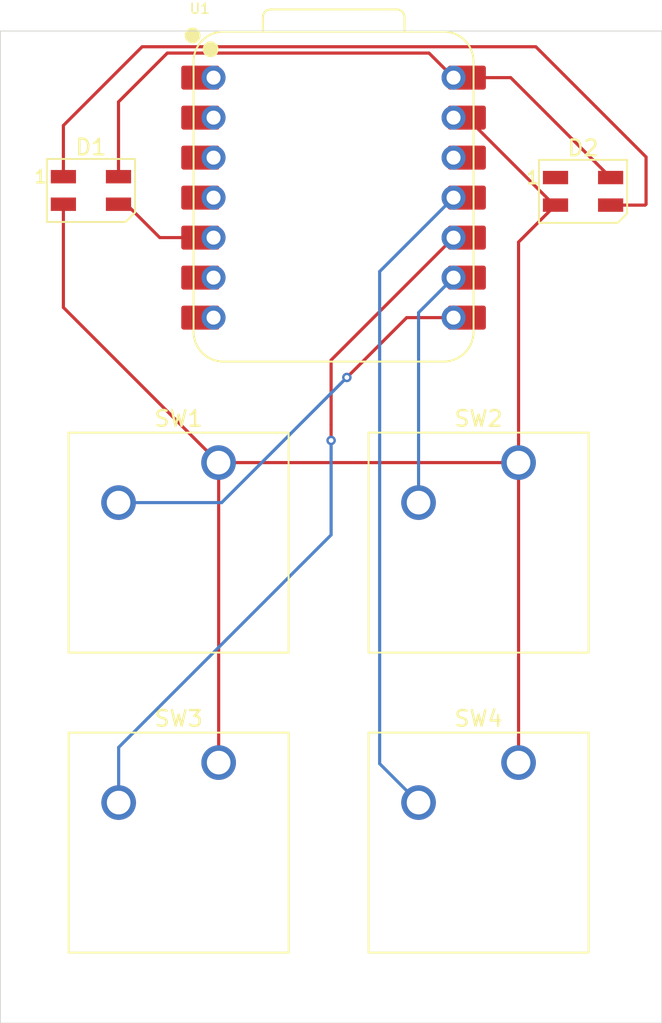
<source format=kicad_pcb>
(kicad_pcb (version 20241229) (generator "pcbnew") (generator_version "9.0")
  (layers (0 "F.Cu" signal) (2 "B.Cu" signal) (13 "F.Paste" user) (15 "B.Paste" user) (5 "F.SilkS" user "F.Silkscreen") (7 "B.SilkS" user "B.Silkscreen") (1 "F.Mask" user) (3 "B.Mask" user) (25 "Edge.Cuts" user))
  (net 0 "")
  (net 1 "+5V")
  (net 2 "Net-(D1-DIN)")
  (net 3 "Net-(D1-DOUT)")
  (net 4 "GND")
  (net 6 "Net-(U1-GPIO1{slash}RX)")
  (net 7 "Net-(U1-GPIO2{slash}SCK)")
  (net 8 "Net-(U1-GPIO4{slash}MISO)")
  (net 9 "Net-(U1-GPIO3{slash}MOSI)")
  (net 15 "unconnected-(U1-GPIO0{slash}TX-Pad7)")
  (footprint "Button_Switch_Keyboard:SW_Cherry_MX_1.00u_PCB" (layer "F.Cu") (at 175.62 111.97)
    (property "Reference" "SW4" (at -2.54 -2.794 0) (layer "F.SilkS"))
    (property "Value" "SW_Push")
    (fp_line (start -9.525 -1.905) (end 4.445 -1.905) (stroke (width 0.12)) (layer "F.SilkS"))
    (fp_line (start -9.525 12.065) (end -9.525 -1.905) (stroke (width 0.12)) (layer "F.SilkS"))
    (fp_line (start 4.445 -1.905) (end 4.445 12.065) (stroke (width 0.12)) (layer "F.SilkS"))
    (fp_line (start 4.445 12.065) (end -9.525 12.065) (stroke (width 0.12)) (layer "F.SilkS"))
    (pad "" np_thru_hole circle (at -7.62 5.08) (size 1.7 1.7) (drill 1.7) (layers "*.Cu" "*.Mask"))
    (pad "" np_thru_hole circle (at -2.54 5.08) (size 4 4) (drill 4) (layers "*.Cu" "*.Mask"))
    (pad "" np_thru_hole circle (at 2.54 5.08) (size 1.7 1.7) (drill 1.7) (layers "*.Cu" "*.Mask"))
    (pad "1" thru_hole circle (at 0 0) (size 2.2 2.2) (drill 1.5) (layers "*.Cu" "*.Mask") (net 4 "GND"))
    (pad "2" thru_hole circle (at -6.35 2.54) (size 2.2 2.2) (drill 1.5) (layers "*.Cu" "*.Mask") (net 9 "Net-(U1-GPIO3{slash}MOSI)"))
  )
  (footprint "Button_Switch_Keyboard:SW_Cherry_MX_1.00u_PCB" (layer "F.Cu") (at 175.62 92.92)
    (property "Reference" "SW2" (at -2.54 -2.794 0) (layer "F.SilkS"))
    (property "Value" "SW_Push")
    (fp_line (start -9.525 -1.905) (end 4.445 -1.905) (stroke (width 0.12)) (layer "F.SilkS"))
    (fp_line (start -9.525 12.065) (end -9.525 -1.905) (stroke (width 0.12)) (layer "F.SilkS"))
    (fp_line (start 4.445 -1.905) (end 4.445 12.065) (stroke (width 0.12)) (layer "F.SilkS"))
    (fp_line (start 4.445 12.065) (end -9.525 12.065) (stroke (width 0.12)) (layer "F.SilkS"))
    (pad "" np_thru_hole circle (at -7.62 5.08) (size 1.7 1.7) (drill 1.7) (layers "*.Cu" "*.Mask"))
    (pad "" np_thru_hole circle (at -2.54 5.08) (size 4 4) (drill 4) (layers "*.Cu" "*.Mask"))
    (pad "" np_thru_hole circle (at 2.54 5.08) (size 1.7 1.7) (drill 1.7) (layers "*.Cu" "*.Mask"))
    (pad "1" thru_hole circle (at 0 0) (size 2.2 2.2) (drill 1.5) (layers "*.Cu" "*.Mask") (net 4 "GND"))
    (pad "2" thru_hole circle (at -6.35 2.54) (size 2.2 2.2) (drill 1.5) (layers "*.Cu" "*.Mask") (net 7 "Net-(U1-GPIO2{slash}SCK)"))
  )
  (footprint "SSHub:XIAO-RP2040-DIP" (layer "F.Cu") (at 163.8725 76.0925)
    (property "Reference" "U1" (at -8.5 -12 0) (layer "F.SilkS") (effects (font (size 0.635 0.635) (thickness 0.1016))))
    (property "Value" "XIAO-RP2040-DIP")
    (fp_line (start -8.89 8.509) (end -8.89 -8.636) (stroke (width 0.127)) (layer "F.SilkS"))
    (fp_line (start -6.985 10.414) (end 6.985 10.414) (stroke (width 0.127)) (layer "F.SilkS"))
    (fp_line (start -4.495 -10.541) (end -4.491272 -11.451272) (stroke (width 0.127)) (layer "F.SilkS"))
    (fp_line (start -3.991272 -11.951) (end 4.004 -11.951) (stroke (width 0.127)) (layer "F.SilkS"))
    (fp_line (start 4.504 -11.451) (end 4.504 -10.541) (stroke (width 0.127)) (layer "F.SilkS"))
    (fp_line (start 6.985 -10.541) (end -6.985 -10.541) (stroke (width 0.1)) (layer "F.SilkS"))
    (fp_line (start 6.985 -10.541) (end -6.985 -10.541) (stroke (width 0.127)) (layer "F.SilkS"))
    (fp_line (start 8.89 8.509) (end 8.89 -8.636) (stroke (width 0.127)) (layer "F.SilkS"))
    (fp_arc (start -8.89 -8.636) (mid -8.332038 -9.983038) (end -6.985 -10.541) (stroke (width 0.127)) (layer "F.SilkS"))
    (fp_arc (start -6.985 10.414) (mid -8.332038 9.856038) (end -8.89 8.509) (stroke (width 0.127)) (layer "F.SilkS"))
    (fp_arc (start -4.491272 -11.451272) (mid -4.344728 -11.80464) (end -3.991272 -11.951) (stroke (width 0.127)) (layer "F.SilkS"))
    (fp_arc (start 4.004 -11.951) (mid 4.357553 -11.804553) (end 4.504 -11.451) (stroke (width 0.127)) (layer "F.SilkS"))
    (fp_arc (start 6.985 -10.541) (mid 8.332038 -9.983038) (end 8.89 -8.636) (stroke (width 0.127)) (layer "F.SilkS"))
    (fp_arc (start 8.89 8.509) (mid 8.332038 9.856038) (end 6.985 10.414) (stroke (width 0.127)) (layer "F.SilkS"))
    (fp_circle (center -8.95 -10.3) (end -8.95 -10.554) (stroke (width 0.5)) (fill yes) (layer "F.SilkS"))
    (fp_circle (center -7.807 -9.42) (end -7.807 -9.674) (stroke (width 0.5)) (fill yes) (layer "F.SilkS"))
    (pad "1" smd roundrect (at -8.455 -7.62 180) (size 2.432 1.524) (layers "F.Cu" "F.Mask") (roundrect_rratio 0.1))
    (pad "1" thru_hole circle (at -7.62 -7.62 180) (size 1.524 1.524) (drill 0.889) (layers "*.Cu" "*.Mask"))
    (pad "2" smd roundrect (at -8.455 -5.08 180) (size 2.432 1.524) (layers "F.Cu" "F.Mask") (roundrect_rratio 0.1))
    (pad "2" thru_hole circle (at -7.62 -5.08 180) (size 1.524 1.524) (drill 0.889) (layers "*.Cu" "*.Mask"))
    (pad "3" smd roundrect (at -8.455 -2.54 180) (size 2.432 1.524) (layers "F.Cu" "F.Mask") (roundrect_rratio 0.1))
    (pad "3" thru_hole circle (at -7.62 -2.54 180) (size 1.524 1.524) (drill 0.889) (layers "*.Cu" "*.Mask"))
    (pad "4" smd roundrect (at -8.455 0 180) (size 2.432 1.524) (layers "F.Cu" "F.Mask") (roundrect_rratio 0.1))
    (pad "4" thru_hole circle (at -7.62 0 180) (size 1.524 1.524) (drill 0.889) (layers "*.Cu" "*.Mask"))
    (pad "5" smd roundrect (at -8.455 2.54 180) (size 2.432 1.524) (layers "F.Cu" "F.Mask") (roundrect_rratio 0.1) (net 2 "Net-(D1-DIN)"))
    (pad "5" thru_hole circle (at -7.62 2.54 180) (size 1.524 1.524) (drill 0.889) (layers "*.Cu" "*.Mask") (net 2 "Net-(D1-DIN)"))
    (pad "6" smd roundrect (at -8.455 5.08 180) (size 2.432 1.524) (layers "F.Cu" "F.Mask") (roundrect_rratio 0.1))
    (pad "6" thru_hole circle (at -7.62 5.08 180) (size 1.524 1.524) (drill 0.889) (layers "*.Cu" "*.Mask"))
    (pad "7" smd roundrect (at -8.455 7.62 180) (size 2.432 1.524) (layers "F.Cu" "F.Mask") (roundrect_rratio 0.1) (net 15 "unconnected-(U1-GPIO0{slash}TX-Pad7)"))
    (pad "7" thru_hole circle (at -7.62 7.62 180) (size 1.524 1.524) (drill 0.889) (layers "*.Cu" "*.Mask") (net 15 "unconnected-(U1-GPIO0{slash}TX-Pad7)"))
    (pad "8" thru_hole circle (at 7.62 7.62) (size 1.524 1.524) (drill 0.889) (layers "*.Cu" "*.Mask") (net 6 "Net-(U1-GPIO1{slash}RX)"))
    (pad "8" smd roundrect (at 8.455 7.62) (size 2.432 1.524) (layers "F.Cu" "F.Mask") (roundrect_rratio 0.1) (net 6 "Net-(U1-GPIO1{slash}RX)"))
    (pad "9" thru_hole circle (at 7.62 5.08) (size 1.524 1.524) (drill 0.889) (layers "*.Cu" "*.Mask") (net 7 "Net-(U1-GPIO2{slash}SCK)"))
    (pad "9" smd roundrect (at 8.455 5.08) (size 2.432 1.524) (layers "F.Cu" "F.Mask") (roundrect_rratio 0.1) (net 7 "Net-(U1-GPIO2{slash}SCK)"))
    (pad "10" thru_hole circle (at 7.62 2.54) (size 1.524 1.524) (drill 0.889) (layers "*.Cu" "*.Mask") (net 8 "Net-(U1-GPIO4{slash}MISO)"))
    (pad "10" smd roundrect (at 8.455 2.54) (size 2.432 1.524) (layers "F.Cu" "F.Mask") (roundrect_rratio 0.1) (net 8 "Net-(U1-GPIO4{slash}MISO)"))
    (pad "11" thru_hole circle (at 7.62 0) (size 1.524 1.524) (drill 0.889) (layers "*.Cu" "*.Mask") (net 9 "Net-(U1-GPIO3{slash}MOSI)"))
    (pad "11" smd roundrect (at 8.455 0) (size 2.432 1.524) (layers "F.Cu" "F.Mask") (roundrect_rratio 0.1) (net 9 "Net-(U1-GPIO3{slash}MOSI)"))
    (pad "12" thru_hole circle (at 7.62 -2.54) (size 1.524 1.524) (drill 0.889) (layers "*.Cu" "*.Mask"))
    (pad "12" smd roundrect (at 8.455 -2.54) (size 2.432 1.524) (layers "F.Cu" "F.Mask") (roundrect_rratio 0.1))
    (pad "13" thru_hole circle (at 7.62 -5.08) (size 1.524 1.524) (drill 0.889) (layers "*.Cu" "*.Mask") (net 4 "GND"))
    (pad "13" smd roundrect (at 8.455 -5.08) (size 2.432 1.524) (layers "F.Cu" "F.Mask") (roundrect_rratio 0.1) (net 4 "GND"))
    (pad "14" thru_hole circle (at 7.62 -7.62) (size 1.524 1.524) (drill 0.889) (layers "*.Cu" "*.Mask") (net 1 "+5V"))
    (pad "14" smd roundrect (at 8.455 -7.62) (size 2.432 1.524) (layers "F.Cu" "F.Mask") (roundrect_rratio 0.1) (net 1 "+5V"))
  )
  (footprint "LED_SMD:LED_SK6812MINI_PLCC4_3.5x3.5mm_P1.75mm" (layer "F.Cu") (at 148.46625 75.6375)
    (property "Reference" "D1" (at 0 -2.75 0) (layer "F.SilkS"))
    (property "Value" "SK6812MINI")
    (fp_line (start -2.8 -2) (end -2.8 2) (stroke (width 0.12)) (layer "F.SilkS"))
    (fp_line (start -2.8 -2) (end 2.8 -2) (stroke (width 0.12)) (layer "F.SilkS"))
    (fp_line (start -2.8 2) (end 2.2 2) (stroke (width 0.12)) (layer "F.SilkS"))
    (fp_line (start 2.8 1.4) (end 2.2 2) (stroke (width 0.12)) (layer "F.SilkS"))
    (fp_line (start 2.8 1.4) (end 2.8 -2) (stroke (width 0.12)) (layer "F.SilkS"))
    (fp_text user "1" (at -3.2 -0.875 0) (layer "F.SilkS") (effects (font (size 0.8 0.8))))
    (pad "1" smd rect (at -1.75 -0.875) (size 1.6 0.85) (layers "F.Cu" "F.Mask" "F.Paste") (net 3 "Net-(D1-DOUT)"))
    (pad "2" smd rect (at -1.75 0.875) (size 1.6 0.85) (layers "F.Cu" "F.Mask" "F.Paste") (net 4 "GND"))
    (pad "3" smd rect (at 1.75 0.875) (size 1.6 0.85) (layers "F.Cu" "F.Mask" "F.Paste") (net 2 "Net-(D1-DIN)"))
    (pad "4" smd rect (at 1.75 -0.875) (size 1.6 0.85) (layers "F.Cu" "F.Mask" "F.Paste") (net 1 "+5V"))
  )
  (footprint "LED_SMD:LED_SK6812MINI_PLCC4_3.5x3.5mm_P1.75mm" (layer "F.Cu") (at 179.71625 75.69375)
    (property "Reference" "D2" (at 0 -2.75 0) (layer "F.SilkS"))
    (property "Value" "SK6812MINI")
    (fp_line (start -2.8 -2) (end -2.8 2) (stroke (width 0.12)) (layer "F.SilkS"))
    (fp_line (start -2.8 -2) (end 2.8 -2) (stroke (width 0.12)) (layer "F.SilkS"))
    (fp_line (start -2.8 2) (end 2.2 2) (stroke (width 0.12)) (layer "F.SilkS"))
    (fp_line (start 2.8 1.4) (end 2.2 2) (stroke (width 0.12)) (layer "F.SilkS"))
    (fp_line (start 2.8 1.4) (end 2.8 -2) (stroke (width 0.12)) (layer "F.SilkS"))
    (fp_text user "1" (at -3.2 -0.875 0) (layer "F.SilkS") (effects (font (size 0.8 0.8))))
    (pad "1" smd rect (at -1.75 -0.875) (size 1.6 0.85) (layers "F.Cu" "F.Mask" "F.Paste"))
    (pad "2" smd rect (at -1.75 0.875) (size 1.6 0.85) (layers "F.Cu" "F.Mask" "F.Paste") (net 4 "GND"))
    (pad "3" smd rect (at 1.75 0.875) (size 1.6 0.85) (layers "F.Cu" "F.Mask" "F.Paste") (net 3 "Net-(D1-DOUT)"))
    (pad "4" smd rect (at 1.75 -0.875) (size 1.6 0.85) (layers "F.Cu" "F.Mask" "F.Paste") (net 1 "+5V"))
  )
  (footprint "Button_Switch_Keyboard:SW_Cherry_MX_1.00u_PCB" (layer "F.Cu") (at 156.57625 111.97)
    (property "Reference" "SW3" (at -2.54 -2.794 0) (layer "F.SilkS"))
    (property "Value" "SW_Push")
    (fp_line (start -9.525 -1.905) (end 4.445 -1.905) (stroke (width 0.12)) (layer "F.SilkS"))
    (fp_line (start -9.525 12.065) (end -9.525 -1.905) (stroke (width 0.12)) (layer "F.SilkS"))
    (fp_line (start 4.445 -1.905) (end 4.445 12.065) (stroke (width 0.12)) (layer "F.SilkS"))
    (fp_line (start 4.445 12.065) (end -9.525 12.065) (stroke (width 0.12)) (layer "F.SilkS"))
    (pad "" np_thru_hole circle (at -7.62 5.08) (size 1.7 1.7) (drill 1.7) (layers "*.Cu" "*.Mask"))
    (pad "" np_thru_hole circle (at -2.54 5.08) (size 4 4) (drill 4) (layers "*.Cu" "*.Mask"))
    (pad "" np_thru_hole circle (at 2.54 5.08) (size 1.7 1.7) (drill 1.7) (layers "*.Cu" "*.Mask"))
    (pad "1" thru_hole circle (at 0 0) (size 2.2 2.2) (drill 1.5) (layers "*.Cu" "*.Mask") (net 4 "GND"))
    (pad "2" thru_hole circle (at -6.35 2.54) (size 2.2 2.2) (drill 1.5) (layers "*.Cu" "*.Mask") (net 8 "Net-(U1-GPIO4{slash}MISO)"))
  )
  (footprint "Button_Switch_Keyboard:SW_Cherry_MX_1.00u_PCB" (layer "F.Cu") (at 156.57 92.92)
    (property "Reference" "SW1" (at -2.54 -2.794 0) (layer "F.SilkS"))
    (property "Value" "SW_Push")
    (fp_line (start -9.525 -1.905) (end 4.445 -1.905) (stroke (width 0.12)) (layer "F.SilkS"))
    (fp_line (start -9.525 12.065) (end -9.525 -1.905) (stroke (width 0.12)) (layer "F.SilkS"))
    (fp_line (start 4.445 -1.905) (end 4.445 12.065) (stroke (width 0.12)) (layer "F.SilkS"))
    (fp_line (start 4.445 12.065) (end -9.525 12.065) (stroke (width 0.12)) (layer "F.SilkS"))
    (pad "" np_thru_hole circle (at -7.62 5.08) (size 1.7 1.7) (drill 1.7) (layers "*.Cu" "*.Mask"))
    (pad "" np_thru_hole circle (at -2.54 5.08) (size 4 4) (drill 4) (layers "*.Cu" "*.Mask"))
    (pad "" np_thru_hole circle (at 2.54 5.08) (size 1.7 1.7) (drill 1.7) (layers "*.Cu" "*.Mask"))
    (pad "1" thru_hole circle (at 0 0) (size 2.2 2.2) (drill 1.5) (layers "*.Cu" "*.Mask") (net 4 "GND"))
    (pad "2" thru_hole circle (at -6.35 2.54) (size 2.2 2.2) (drill 1.5) (layers "*.Cu" "*.Mask") (net 6 "Net-(U1-GPIO1{slash}RX)"))
  )
  (gr_rect (start 142.71625 65.5125) (end 184.71625 128.5125) (stroke (width 0.05)) (fill no) (layer "Edge.Cuts"))
  (segment (start 153.31525 66.9135) (end 169.9335 66.9135) (width 0.2) (layer "F.Cu") (net 1))
  (segment (start 150.21625 70.0125) (end 153.31525 66.9135) (width 0.2) (layer "F.Cu") (net 1))
  (segment (start 181.46625 74.81875) (end 175.12 68.4725) (width 0.2) (layer "F.Cu") (net 1))
  (segment (start 169.9335 66.9135) (end 171.4925 68.4725) (width 0.2) (layer "F.Cu") (net 1))
  (segment (start 175.12 68.4725) (end 172.3275 68.4725) (width 0.2) (layer "F.Cu") (net 1))
  (segment (start 150.46625 74.7625) (end 150.21625 74.7625) (width 0.2) (layer "F.Cu") (net 1))
  (segment (start 150.46625 74.7625) (end 150.71625 74.5125) (width 0.2) (layer "F.Cu") (net 1))
  (segment (start 150.21625 74.7625) (end 150.21625 70.0125) (width 0.2) (layer "F.Cu") (net 1))
  (segment (start 150.71625 76.5125) (end 150.21625 76.5125) (width 0.2) (layer "F.Cu") (net 2))
  (segment (start 152.83625 78.6325) (end 155.4175 78.6325) (width 0.2) (layer "F.Cu") (net 2))
  (segment (start 152.83625 78.6325) (end 150.71625 76.5125) (width 0.2) (layer "F.Cu") (net 2))
  (segment (start 146.71625 74.7625) (end 146.71625 71.5125) (width 0.2) (layer "F.Cu") (net 3))
  (segment (start 183.71625 76.5125) (end 183.66 76.56875) (width 0.2) (layer "F.Cu") (net 3))
  (segment (start 183.71625 73.5125) (end 183.71625 76.5125) (width 0.2) (layer "F.Cu") (net 3))
  (segment (start 151.71625 66.5125) (end 176.71625 66.5125) (width 0.2) (layer "F.Cu") (net 3))
  (segment (start 183.66 76.56875) (end 181.46625 76.56875) (width 0.2) (layer "F.Cu") (net 3))
  (segment (start 183.71625 73.5125) (end 176.71625 66.5125) (width 0.2) (layer "F.Cu") (net 3))
  (segment (start 146.71625 71.5125) (end 151.71625 66.5125) (width 0.2) (layer "F.Cu") (net 3))
  (segment (start 156.57625 92.92625) (end 156.57 92.92) (width 0.2) (layer "F.Cu") (net 4))
  (segment (start 175.62 92.92) (end 175.62 111.97) (width 0.2) (layer "F.Cu") (net 4))
  (segment (start 156.57 92.92) (end 175.62 92.92) (width 0.2) (layer "F.Cu") (net 4))
  (segment (start 146.71625 76.5125) (end 146.71625 83.06625) (width 0.2) (layer "F.Cu") (net 4))
  (segment (start 156.71625 92.77375) (end 156.71625 92.5125) (width 0.2) (layer "F.Cu") (net 4))
  (segment (start 177.96625 76.56875) (end 177.88375 76.56875) (width 0.2) (layer "F.Cu") (net 4))
  (segment (start 156.57625 111.97) (end 156.57625 92.92625) (width 0.2) (layer "F.Cu") (net 4))
  (segment (start 175.62 78.915) (end 177.96625 76.56875) (width 0.2) (layer "F.Cu") (net 4))
  (segment (start 156.57 92.92) (end 155.939375 92.289375) (width 0.2) (layer "F.Cu") (net 4))
  (segment (start 146.71625 83.06625) (end 156.1625 92.5125) (width 0.2) (layer "F.Cu") (net 4))
  (segment (start 175.271875 73.956875) (end 172.3275 71.0125) (width 0.2) (layer "F.Cu") (net 4))
  (segment (start 177.88375 76.56875) (end 175.271875 73.956875) (width 0.2) (layer "F.Cu") (net 4))
  (segment (start 175.62 92.92) (end 175.62 78.915) (width 0.2) (layer "F.Cu") (net 4))
  (segment (start 156.57 92.92) (end 156.71625 92.77375) (width 0.2) (layer "F.Cu") (net 4))
  (segment (start 156.71625 92.5125) (end 156.1625 92.5125) (width 0.2) (layer "F.Cu") (net 4))
  (segment (start 168.51625 83.7125) (end 164.71625 87.5125) (width 0.2) (layer "F.Cu") (net 6))
  (segment (start 168.51625 83.7125) (end 171.4925 83.7125) (width 0.2) (layer "F.Cu") (net 6))
  (via (at 164.71625 87.5125) (size 0.6) (drill 0.3) (layers "F.Cu" "B.Cu") (net 6))
  (segment (start 156.76875 95.46) (end 150.22 95.46) (width 0.2) (layer "B.Cu") (net 6))
  (segment (start 171.6925 83.5125) (end 171.71625 83.5125) (width 0.2) (layer "B.Cu") (net 6))
  (segment (start 171.6925 83.5125) (end 171.4925 83.7125) (width 0.2) (layer "B.Cu") (net 6))
  (segment (start 164.71625 87.5125) (end 156.76875 95.46) (width 0.2) (layer "B.Cu") (net 6))
  (segment (start 171.4925 81.1725) (end 169.27 83.395) (width 0.2) (layer "B.Cu") (net 7))
  (segment (start 169.27 83.395) (end 169.27 95.46) (width 0.2) (layer "B.Cu") (net 7))
  (segment (start 163.71625 86.40875) (end 163.71625 90.5125) (width 0.2) (layer "F.Cu") (net 8))
  (segment (start 163.71625 90.5125) (end 163.71625 91.5125) (width 0.2) (layer "F.Cu") (net 8))
  (segment (start 171.4925 78.6325) (end 163.71625 86.40875) (width 0.2) (layer "F.Cu") (net 8))
  (via (at 163.71625 91.5125) (size 0.6) (drill 0.3) (layers "F.Cu" "B.Cu") (net 8))
  (segment (start 163.71625 91.5125) (end 163.71625 97.5125) (width 0.2) (layer "B.Cu") (net 8))
  (segment (start 150.22625 111.0025) (end 150.22625 114.51) (width 0.2) (layer "B.Cu") (net 8))
  (segment (start 163.71625 97.5125) (end 150.22625 111.0025) (width 0.2) (layer "B.Cu") (net 8))
  (segment (start 166.799 80.786) (end 166.799 112.039) (width 0.2) (layer "B.Cu") (net 9))
  (segment (start 166.799 112.039) (end 169.27 114.51) (width 0.2) (layer "B.Cu") (net 9))
  (segment (start 171.4925 76.0925) (end 166.799 80.786) (width 0.2) (layer "B.Cu") (net 9))
  (segment (start 155.4175 83.7125) (end 156.2525 83.7125) (width 0.2) (layer "F.Cu") (net 15))
)
</source>
